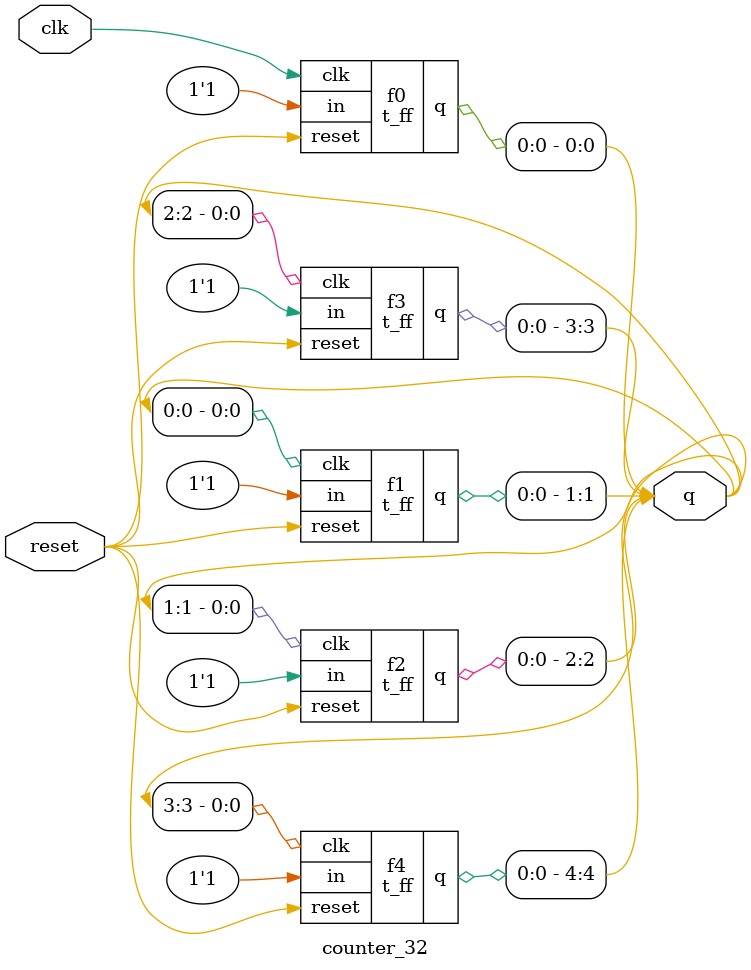
<source format=v>

module t_ff(output reg q,
            input in, clk, reset);
always @(negedge clk)
begin
    if (reset)
    q <= 1'b0;
    else
    q <= in ? ~q : q;
end
endmodule


module counter_32(output [4:0]q,
                  input clk, reset);

t_ff f0(q[0],1'b1,clk,reset);
t_ff f1(q[1],1'b1,q[0],reset);
t_ff f2(q[2],1'b1,q[1],reset);
t_ff f3(q[3],1'b1,q[2],reset);
t_ff f4(q[4],1'b1,q[3],reset);
endmodule
</source>
